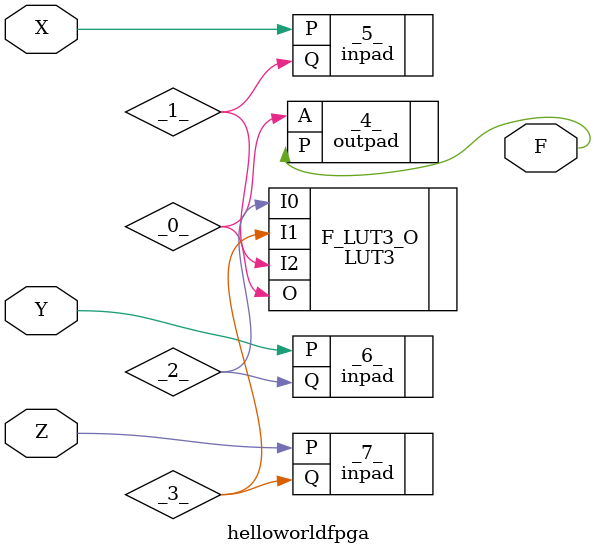
<source format=v>
/* Generated by Yosys 0.9+2406 (git sha1 ca763e6d5, gcc 10.2.1-6 -fPIC -Os) */

(* top =  1  *)
(* src = "/data/data/com.termux/files/home/fpga/codes/helloworldfpga.v:1.1-17.14" *)
module helloworldfpga(X, Y, Z, F);
  wire _0_;
  wire _1_;
  wire _2_;
  wire _3_;
  (* src = "/data/data/com.termux/files/home/fpga/codes/helloworldfpga.v:7.17-7.18" *)
  output F;
  (* src = "/data/data/com.termux/files/home/fpga/codes/helloworldfpga.v:3.17-3.18" *)
  input X;
  (* src = "/data/data/com.termux/files/home/fpga/codes/helloworldfpga.v:4.17-4.18" *)
  input Y;
  (* src = "/data/data/com.termux/files/home/fpga/codes/helloworldfpga.v:5.17-5.18" *)
  input Z;
  (* keep = 32'd1 *)
  outpad #(
    .IO_LOC("X30Y32"),
    .IO_PAD("38"),
    .IO_TYPE("BIDIR")
  ) _4_ (
    .A(_0_),
    .P(F)
  );
  (* keep = 32'd1 *)
  inpad #(
    .IO_LOC("X8Y3"),
    .IO_PAD("6"),
    .IO_TYPE("BIDIR")
  ) _5_ (
    .P(X),
    .Q(_1_)
  );
  (* keep = 32'd1 *)
  inpad #(
    .IO_LOC("X12Y3"),
    .IO_PAD("3"),
    .IO_TYPE("BIDIR")
  ) _6_ (
    .P(Y),
    .Q(_2_)
  );
  (* keep = 32'd1 *)
  inpad #(
    .IO_LOC("X16Y3"),
    .IO_PAD("62"),
    .IO_TYPE("BIDIR")
  ) _7_ (
    .P(Z),
    .Q(_3_)
  );
  (* module_not_derived = 32'd1 *)
  (* src = "/data/data/com.termux/files/home/symbiflow/bin/../share/yosys/quicklogic/pp3_lut_map.v:36.63-36.121" *)
  LUT3 #(
    .EQN("(~I0*~I1*~I2)+(~I0*~I1*I2)+(~I0*I1*I2)"),
    .INIT(9'h0a2)
  ) F_LUT3_O (
    .I0(_2_),
    .I1(_3_),
    .I2(_1_),
    .O(_0_)
  );
endmodule

</source>
